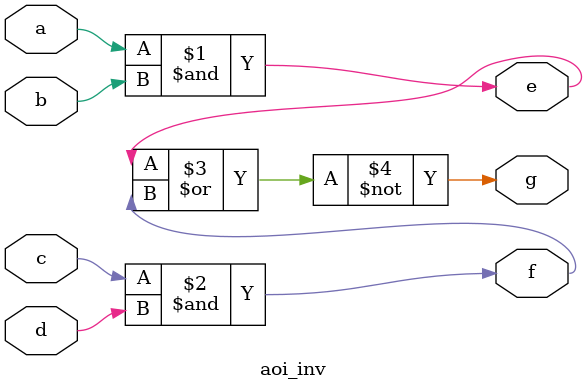
<source format=v>
`timescale 1ns / 1ps
module aoi_inv(
input a, b, c, d,
output e, f, g
    );
assign e = a & b;
assign f = c & d;
assign g = ~(e | f);
endmodule
</source>
